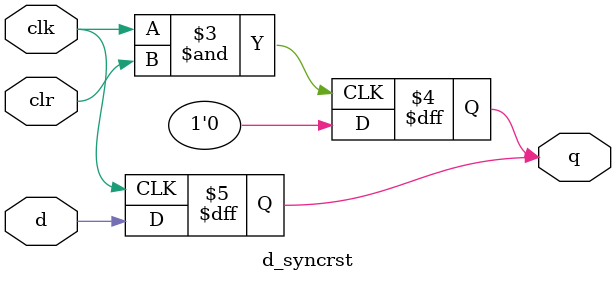
<source format=v>
module d_syncrst(
    input clk,d,clr,
    output reg q
);

always @(posedge clk) begin
    
    q=d;

end

always @(posedge clk & clr) begin
    q=0;
end


endmodule
</source>
